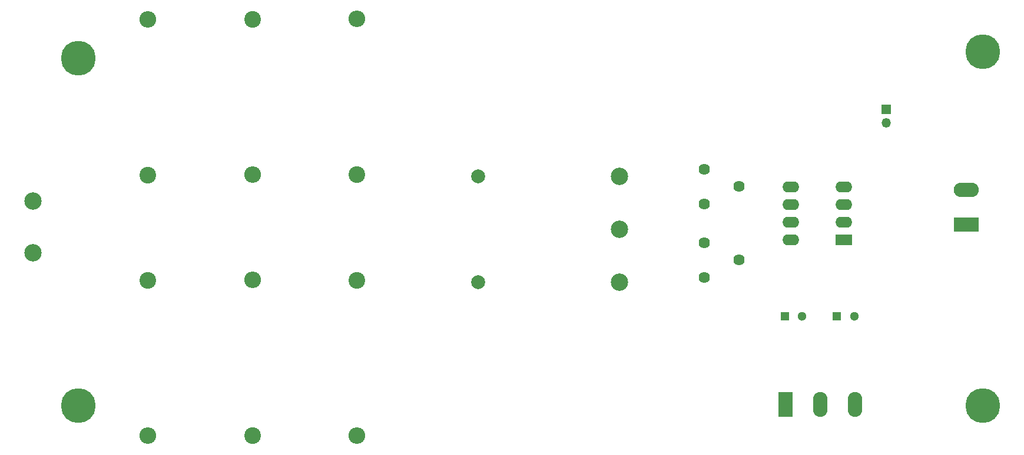
<source format=gtl>
G04 #@! TF.FileFunction,Copper,L1,Top,Signal*
%FSLAX46Y46*%
G04 Gerber Fmt 4.6, Leading zero omitted, Abs format (unit mm)*
G04 Created by KiCad (PCBNEW 4.0.6) date 2017 August 08, Tuesday 08:31:32*
%MOMM*%
%LPD*%
G01*
G04 APERTURE LIST*
%ADD10C,0.100000*%
%ADD11R,2.100000X3.600000*%
%ADD12O,2.100000X3.600000*%
%ADD13R,2.400000X1.600000*%
%ADD14O,2.400000X1.600000*%
%ADD15R,1.350000X1.350000*%
%ADD16O,1.350000X1.350000*%
%ADD17R,3.600000X2.100000*%
%ADD18O,3.600000X2.100000*%
%ADD19C,2.400000*%
%ADD20O,2.400000X2.400000*%
%ADD21C,2.500000*%
%ADD22R,1.300000X1.300000*%
%ADD23C,1.300000*%
%ADD24C,5.000000*%
%ADD25C,2.000000*%
%ADD26C,1.620000*%
G04 APERTURE END LIST*
D10*
D11*
X201676000Y-125831600D03*
D12*
X206676000Y-125831600D03*
X211676000Y-125831600D03*
D13*
X210058000Y-102108000D03*
D14*
X202438000Y-94488000D03*
X210058000Y-99568000D03*
X202438000Y-97028000D03*
X210058000Y-97028000D03*
X202438000Y-99568000D03*
X210058000Y-94488000D03*
X202438000Y-102108000D03*
D15*
X216154000Y-83312000D03*
D16*
X216154000Y-85312000D03*
D17*
X227685600Y-99923600D03*
D18*
X227685600Y-94923600D03*
D19*
X109982000Y-107950000D03*
D20*
X109982000Y-130350000D03*
D19*
X110000000Y-92786200D03*
D20*
X110000000Y-70386200D03*
D19*
X125000000Y-130302000D03*
D20*
X125000000Y-107902000D03*
D19*
X125000000Y-70358000D03*
D20*
X125000000Y-92758000D03*
D19*
X140000000Y-107950000D03*
D20*
X140000000Y-130350000D03*
D19*
X140000000Y-92710000D03*
D20*
X140000000Y-70310000D03*
D21*
X93472000Y-104020000D03*
X93472000Y-96520000D03*
D22*
X201549000Y-113157000D03*
D23*
X204049000Y-113157000D03*
D22*
X209042000Y-113157000D03*
D23*
X211542000Y-113157000D03*
D24*
X230000000Y-75000000D03*
X230000000Y-126000000D03*
X100000000Y-126000000D03*
X100000000Y-76000000D03*
D25*
X157480000Y-108204000D03*
X157480000Y-92964000D03*
D21*
X177800000Y-108204000D03*
X177800000Y-100584000D03*
X177800000Y-92964000D03*
D26*
X189966600Y-91951800D03*
X194966600Y-94451800D03*
X189966600Y-96951800D03*
X189966600Y-102518200D03*
X194966600Y-105018200D03*
X189966600Y-107518200D03*
M02*

</source>
